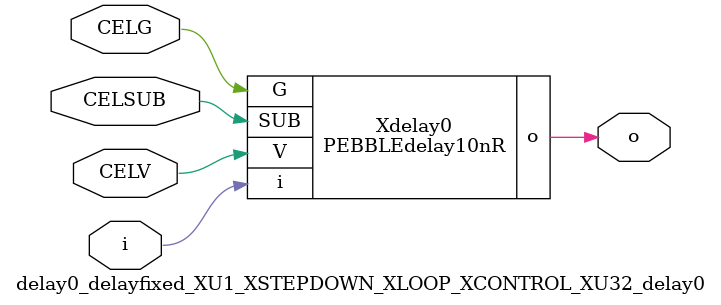
<source format=v>



module PEBBLEdelay10nR ( o, V, G, i, SUB );

  input V;
  input i;
  input G;
  output o;
  input SUB;
endmodule

//Celera Confidential Do Not Copy delay0_delayfixed_XU1_XSTEPDOWN_XLOOP_XCONTROL_XU32_delay0
//TYPE: fixed 10ns
module delay0_delayfixed_XU1_XSTEPDOWN_XLOOP_XCONTROL_XU32_delay0 (i, CELV, o,
CELG,CELSUB);
input CELV;
input i;
output o;
input CELSUB;
input CELG;

//Celera Confidential Do Not Copy delayfast0
PEBBLEdelay10nR Xdelay0(
.V (CELV),
.i (i),
.o (o),
.G (CELG),
.SUB (CELSUB)
);
//,diesize,PEBBLEdelay10nR

//Celera Confidential Do Not Copy Module End
//Celera Schematic Generator
endmodule

</source>
